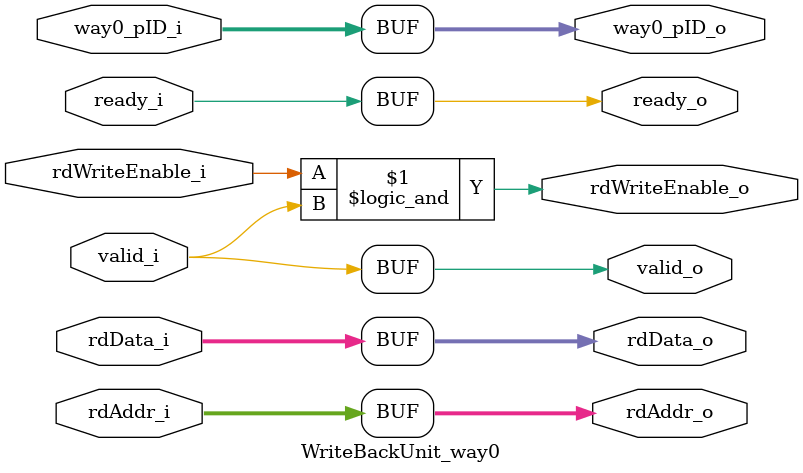
<source format=sv>
module WriteBackUnit_way0(
    `ifdef DebugMode
        input logic [31:0] instAddr_i,
        input logic [31:0] inst_i,
        output logic [31:0] instAddr_o,
        output logic [31:0] inst_o,    
    `endif

    input logic rdWriteEnable_i,
    input logic [4:0] rdAddr_i,
    input logic [63:0] rdData_i,
    input logic valid_i,
    input logic ready_i,
    input logic [1:0] way0_pID_i,

    output logic rdWriteEnable_o,
    output logic [4:0] rdAddr_o,
    output logic [63:0] rdData_o,
    output logic valid_o,
    output logic ready_o,
    output logic [1:0] way0_pID_o
);

    assign rdWriteEnable_o = rdWriteEnable_i && valid_i;
    assign rdAddr_o = rdAddr_i;
    assign rdData_o = rdData_i;
    assign valid_o = valid_i;
    assign ready_o = ready_i;
    assign way0_pID_o = way0_pID_i;

    `ifdef DebugMode
        assign instAddr_o = instAddr_i;
        assign inst_o = inst_i;
    `endif

endmodule
</source>
